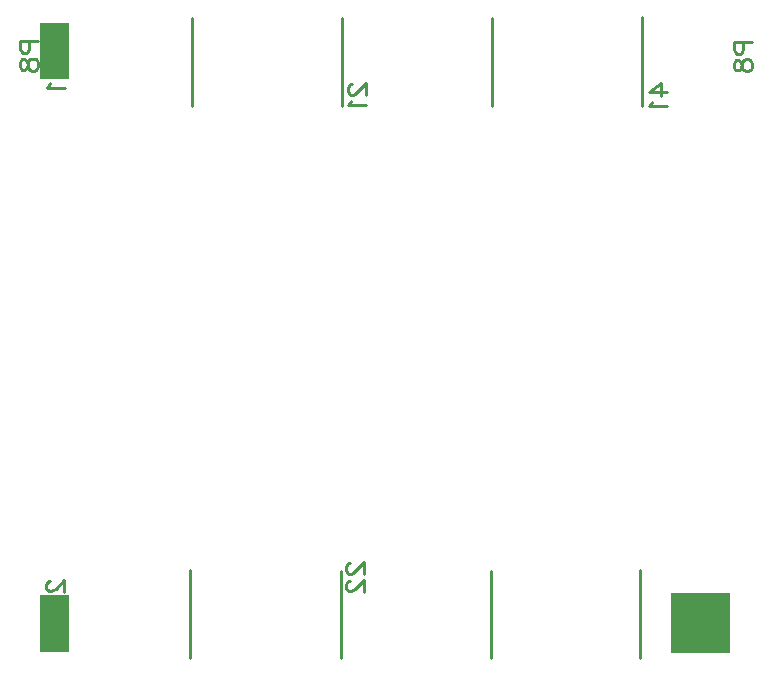
<source format=gbo>
G04 DipTrace 3.3.1.3*
G04 Communicationboardv03.gbo*
%MOMM*%
G04 #@! TF.FileFunction,Legend,Bot*
G04 #@! TF.Part,Single*
%ADD10C,0.25*%
%ADD70C,0.23529*%
%FSLAX35Y35*%
G04*
G71*
G90*
G75*
G01*
G04 BotSilk*
%LPD*%
X1650748Y5129266D2*
D10*
Y4382388D1*
X2921811Y5123087D2*
Y4382388D1*
X4192875Y5123087D2*
Y4382388D1*
X5457615Y5131583D2*
Y4382388D1*
G36*
X360713Y5088331D2*
X607337D1*
Y4606374D1*
X360713D1*
Y5088331D1*
G37*
X1636335Y452302D2*
D10*
Y-295438D1*
X2910886Y445225D2*
Y-295438D1*
X4179591Y445225D2*
Y-295438D1*
X5442450Y453874D2*
Y-295438D1*
G36*
X5705545Y256521D2*
X6208350D1*
Y-251407D1*
X5705545D1*
Y256521D1*
G37*
G36*
X361783Y240796D2*
X607339D1*
Y-241185D1*
X361783D1*
Y240796D1*
G37*
X271261Y4932539D2*
D70*
Y4866839D1*
X264017Y4845107D1*
X256605Y4837695D1*
X242117Y4830451D1*
X220217D1*
X205730Y4837695D1*
X198317Y4845107D1*
X191074Y4866839D1*
Y4932539D1*
X344205D1*
X191242Y4747005D2*
X198486Y4768736D1*
X212974Y4776148D1*
X227630D1*
X242117Y4768736D1*
X249530Y4754248D1*
X256774Y4725105D1*
X264017Y4703205D1*
X278673Y4688717D1*
X293161Y4681473D1*
X315061D1*
X329549Y4688717D1*
X336961Y4695961D1*
X344205Y4717861D1*
Y4747004D1*
X336961Y4768736D1*
X329549Y4776148D1*
X315061Y4783392D1*
X293161D1*
X278674Y4776148D1*
X264017Y4761492D1*
X256774Y4739761D1*
X249530Y4710617D1*
X242117Y4695961D1*
X227630Y4688717D1*
X212973D1*
X198486Y4695961D1*
X191242Y4717861D1*
Y4747005D1*
X6316718Y4926360D2*
Y4860660D1*
X6309475Y4838928D1*
X6302062Y4831516D1*
X6287575Y4824272D1*
X6265675D1*
X6251187Y4831516D1*
X6243775Y4838928D1*
X6236531Y4860660D1*
Y4926360D1*
X6389662D1*
X6236699Y4740826D2*
X6243943Y4762557D1*
X6258431Y4769969D1*
X6273087D1*
X6287575Y4762557D1*
X6294987Y4748069D1*
X6302231Y4718926D1*
X6309475Y4697026D1*
X6324131Y4682538D1*
X6338618Y4675294D1*
X6360518D1*
X6375006Y4682538D1*
X6382418Y4689782D1*
X6389662Y4711682D1*
Y4740826D1*
X6382418Y4762557D1*
X6375006Y4769969D1*
X6360518Y4777213D1*
X6338618D1*
X6324131Y4769969D1*
X6309475Y4755313D1*
X6302231Y4733582D1*
X6294987Y4704438D1*
X6287574Y4689782D1*
X6273087Y4682538D1*
X6258431D1*
X6243943Y4689782D1*
X6236699Y4711682D1*
Y4740826D1*
X448039Y4572824D2*
X440627Y4558168D1*
X418895Y4536268D1*
X571858D1*
X3003734Y4565492D2*
X2996490D1*
X2981834Y4558248D1*
X2974590Y4551004D1*
X2967346Y4536348D1*
Y4507204D1*
X2974590Y4492716D1*
X2981834Y4485472D1*
X2996490Y4478060D1*
X3010978D1*
X3025634Y4485472D1*
X3047366Y4499960D1*
X3120309Y4572904D1*
Y4470816D1*
X2996490Y4423758D2*
X2989078Y4409101D1*
X2967346Y4387201D1*
X3120309D1*
X5668760Y4499480D2*
X5515797D1*
X5617717Y4572424D1*
Y4463093D1*
X5544941Y4416034D2*
X5537529Y4401378D1*
X5515797Y4379478D1*
X5668760D1*
X450030Y360603D2*
X442786D1*
X428130Y353359D1*
X420886Y346115D1*
X413642Y331459D1*
Y302315D1*
X420886Y287828D1*
X428130Y280584D1*
X442786Y273172D1*
X457273D1*
X471930Y280584D1*
X493661Y295072D1*
X566605Y368015D1*
Y265928D1*
X2987440Y509749D2*
X2980196D1*
X2965540Y502506D1*
X2958296Y495262D1*
X2951052Y480606D1*
Y451462D1*
X2958296Y436974D1*
X2965540Y429730D1*
X2980196Y422318D1*
X2994684D1*
X3009340Y429730D1*
X3031071Y444218D1*
X3104015Y517162D1*
Y415074D1*
X2987440Y360603D2*
X2980196D1*
X2965540Y353359D1*
X2958296Y346115D1*
X2951052Y331459D1*
Y302315D1*
X2958296Y287828D1*
X2965540Y280584D1*
X2980196Y273172D1*
X2994683D1*
X3009340Y280584D1*
X3031071Y295072D1*
X3104015Y368015D1*
Y265928D1*
M02*

</source>
